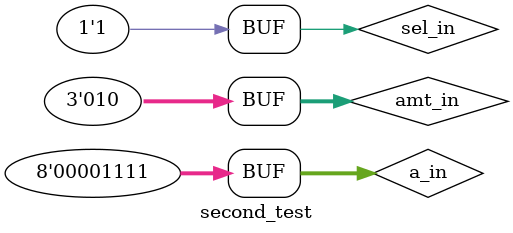
<source format=v>
`timescale 1ns / 1ps

module second_test;

	// Inputs
	reg [7:0] a_in;
	reg [2:0] amt_in;
	reg sel_in;

	// Outputs
	wire [7:0] out_out;

	// Instantiate the Unit Under Test (UUT)
	second_module uut (
		.a_in(a_in), 
		.amt_in(amt_in), 
		.sel_in(sel_in), 
		.out_out(out_out)
	);

	initial begin
		// Initialize Inputs
		a_in = 8'b00001111;
		amt_in = 2;
		sel_in = 0;
		#100;
		
		a_in = 8'b00001111;
		amt_in = 2;
		sel_in = 1;
		#100;
	end
      
endmodule


</source>
